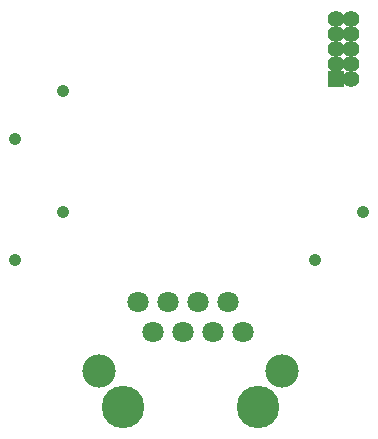
<source format=gbr>
G04 #@! TF.FileFunction,Soldermask,Bot*
%FSLAX46Y46*%
G04 Gerber Fmt 4.6, Leading zero omitted, Abs format (unit mm)*
G04 Created by KiCad (PCBNEW 4.0.4-stable) date Sunday, April 30, 2017 'PMt' 09:58:20 PM*
%MOMM*%
%LPD*%
G01*
G04 APERTURE LIST*
%ADD10C,0.100000*%
%ADD11C,1.797000*%
%ADD12C,3.600000*%
%ADD13C,2.813000*%
%ADD14R,1.416000X1.416000*%
%ADD15C,1.416000*%
%ADD16C,1.060400*%
G04 APERTURE END LIST*
D10*
D11*
X149606000Y-82804000D03*
X148336000Y-80264000D03*
X147066000Y-82804000D03*
X145796000Y-80264000D03*
X144526000Y-82804000D03*
X143256000Y-80264000D03*
X141986000Y-82804000D03*
X140716000Y-80264000D03*
D12*
X139446000Y-89154000D03*
X150876000Y-89154000D03*
D13*
X137411000Y-86104000D03*
X152911000Y-86104000D03*
D14*
X157480000Y-61341000D03*
D15*
X158750000Y-61341000D03*
X157480000Y-60071000D03*
X158750000Y-60071000D03*
X157480000Y-58801000D03*
X158750000Y-58801000D03*
X157480000Y-57531000D03*
X158750000Y-57531000D03*
X157480000Y-56261000D03*
X158750000Y-56261000D03*
D16*
X134366000Y-62357000D03*
X130302000Y-66421000D03*
X134366000Y-72644000D03*
X130302000Y-76708000D03*
X159766000Y-72580500D03*
X155702000Y-76644500D03*
M02*

</source>
